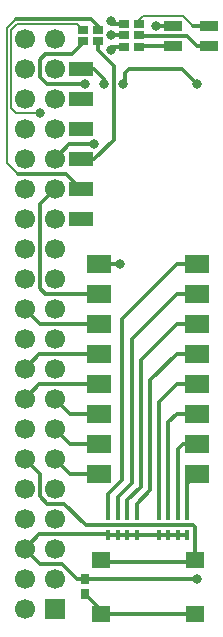
<source format=gbr>
G04 DipTrace 2.4.0.2*
%INTop.gbr*%
%MOMM*%
%ADD14C,0.3*%
%ADD15C,0.2*%
%ADD16R,2.0X1.27*%
%ADD18R,1.5X0.9*%
%ADD19R,1.7X1.7*%
%ADD20C,1.7*%
%ADD21R,0.9X0.7*%
%ADD23R,0.45X0.9*%
%ADD24R,0.7X0.9*%
%ADD26R,2.15X1.5*%
%ADD29R,1.6X1.4*%
%ADD30C,0.8*%
%FSLAX53Y53*%
G04*
G71*
G90*
G75*
G01*
%LNTop*%
%LPD*%
X26331Y16289D2*
D14*
Y16132D1*
X18331D1*
Y16289D1*
X11913Y24901D2*
X13175Y23639D1*
Y21729D1*
X13810Y21093D1*
X15239D1*
X17053Y19280D1*
X26160D1*
X26331Y19109D1*
Y16289D1*
X14453Y50301D2*
X15681Y51529D1*
X17780D1*
X19960Y41376D2*
X18207D1*
Y26136D2*
X15759D1*
X14453Y27441D1*
X18207Y28676D2*
X15759D1*
X14453Y29981D1*
X11913D2*
X13148Y31216D1*
X18207D1*
X26467Y23596D2*
X25669Y22798D1*
Y20101D1*
X11913Y32521D2*
X13148Y33756D1*
X18207D1*
X11913Y37601D2*
X13219Y36296D1*
X18207D1*
X26331Y11789D2*
X18331D1*
X16986Y13433D2*
X18331Y12087D1*
Y11789D1*
X24419Y61532D2*
X23000D1*
X21580Y59785D2*
X21626Y59832D1*
X24419D1*
X21580Y60738D2*
Y60680D1*
X25600D1*
X26448Y59832D1*
X27519D1*
X21580Y61690D2*
D15*
Y62065D1*
X21875Y62360D1*
X25320D1*
X26148Y61532D1*
D14*
X27519D1*
X19200Y61920D2*
Y61690D1*
X20280D1*
X19208Y60738D2*
X20280D1*
X19200Y59520D2*
Y59785D1*
X20280D1*
X26467Y26136D2*
X25296D1*
X24869Y25709D1*
Y20101D1*
X11913Y17281D2*
X13145Y18513D1*
X18982D1*
Y18401D1*
X19782D1*
X20582D1*
X21382D1*
X23269D1*
X24069D1*
X24869D1*
X25669D1*
X11913Y17281D2*
X13222Y15973D1*
X15081D1*
X16321Y14733D1*
X16986D1*
X16626Y57880D2*
X17780D1*
X18573Y57086D1*
Y56610D1*
X20250D2*
X20360Y56720D1*
Y57520D1*
X20760Y57920D1*
X25200D1*
X26510Y56610D1*
Y14695D2*
X16949D1*
X16986Y14733D1*
X26467Y28676D2*
X24767D1*
X24069Y27978D1*
Y20101D1*
X26467Y31216D2*
X24767D1*
X23269Y29718D1*
Y20101D1*
X26467Y33756D2*
X24767D1*
X22541Y31531D1*
Y22224D1*
X21382Y21065D1*
Y20101D1*
X26467Y36296D2*
X24766D1*
X21748Y33277D1*
Y22541D1*
X20582Y21376D1*
Y20101D1*
X26467Y38836D2*
X24766D1*
X20954Y35024D1*
Y22859D1*
X19782Y21687D1*
Y20101D1*
X26467Y41376D2*
X24776D1*
X20160Y36760D1*
Y23116D1*
X18982Y21938D1*
Y20101D1*
X14453Y47761D2*
X13175Y46483D1*
Y39312D1*
X13651Y38836D1*
X18207D1*
Y23596D2*
X15759D1*
X14453Y24901D1*
X18097Y60262D2*
Y59468D1*
X19440Y58125D1*
Y51920D1*
X17780Y50260D1*
X16626D1*
X18097Y61214D2*
Y61572D1*
X17502Y62167D1*
X11151D1*
D15*
X10360Y61375D1*
Y49939D1*
X11310Y48989D1*
D14*
X15357D1*
X16626Y47720D1*
X16797Y60262D2*
Y60073D1*
X15874Y59150D1*
X13652D1*
X13175Y58674D1*
Y57245D1*
X13810Y56610D1*
X16986D1*
X16797Y61214D2*
D15*
X16321Y61690D1*
X11280D1*
X10760Y61170D1*
Y54610D1*
X11200Y54170D1*
X13175D1*
D30*
X17780Y51529D3*
X19960Y41376D3*
X23000Y61532D3*
X19200Y61920D3*
X19208Y60738D3*
X19200Y59520D3*
X18573Y56610D3*
X20250D3*
X26510D3*
Y14695D3*
X16986Y56610D3*
X13175Y54170D3*
D16*
X16626Y57880D3*
Y55340D3*
Y52800D3*
Y50260D3*
Y47720D3*
Y45180D3*
D18*
X24419Y61532D3*
X27519D3*
X24419Y59832D3*
X27519D3*
D19*
X14453Y12201D3*
D20*
X11913D3*
X14453Y14741D3*
X11913D3*
X14453Y17281D3*
X11913D3*
X14453Y19821D3*
X11913D3*
X14453Y22361D3*
X11913D3*
X14453Y24901D3*
X11913D3*
X14453Y27441D3*
X11913D3*
X14453Y29981D3*
X11913D3*
X14453Y32521D3*
X11913D3*
X14453Y35061D3*
X11913D3*
X14453Y37601D3*
X11913D3*
X14453Y40141D3*
X11913D3*
X14453Y42681D3*
X11913D3*
X14453Y45221D3*
X11913D3*
X14453Y47761D3*
X11913D3*
X14453Y50301D3*
X11913D3*
X14453Y52841D3*
X11913D3*
X14453Y55381D3*
X11913D3*
X14453Y57921D3*
X11913D3*
X14453Y60461D3*
X11913D3*
D21*
X20280Y59785D3*
X21580D3*
X20280Y60738D3*
X21580D3*
X20280Y61690D3*
X21580D3*
D23*
X25669Y20101D3*
X24869D3*
X24069D3*
X23269D3*
Y18401D3*
X24069D3*
X24869D3*
X25669D3*
X21382Y20101D3*
X20582D3*
X19782D3*
X18982D3*
Y18401D3*
X19782D3*
X20582D3*
X21382D3*
D24*
X16986Y13433D3*
Y14733D3*
D21*
X18097Y60262D3*
X16797D3*
X18097Y61214D3*
X16797D3*
D26*
X18207Y41376D3*
Y38836D3*
Y36296D3*
Y33756D3*
Y31216D3*
Y28676D3*
Y26136D3*
Y23596D3*
X26467D3*
Y26136D3*
Y28676D3*
Y31216D3*
Y33756D3*
Y36296D3*
Y38836D3*
Y41376D3*
D29*
X26331Y11789D3*
X18331D3*
X26331Y16289D3*
X18331D3*
M02*

</source>
